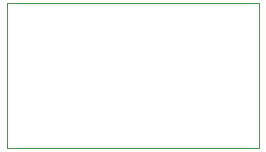
<source format=gbr>
%TF.GenerationSoftware,KiCad,Pcbnew,9.0.5*%
%TF.CreationDate,2025-11-23T20:09:45-05:00*%
%TF.ProjectId,Silicon Fuzz Face Compact,53696c69-636f-46e2-9046-757a7a204661,rev?*%
%TF.SameCoordinates,Original*%
%TF.FileFunction,Profile,NP*%
%FSLAX46Y46*%
G04 Gerber Fmt 4.6, Leading zero omitted, Abs format (unit mm)*
G04 Created by KiCad (PCBNEW 9.0.5) date 2025-11-23 20:09:45*
%MOMM*%
%LPD*%
G01*
G04 APERTURE LIST*
%TA.AperFunction,Profile*%
%ADD10C,0.050000*%
%TD*%
G04 APERTURE END LIST*
D10*
X48700000Y-80500000D02*
X70100000Y-80500000D01*
X70100000Y-92750000D01*
X48700000Y-92750000D01*
X48700000Y-80500000D01*
M02*

</source>
